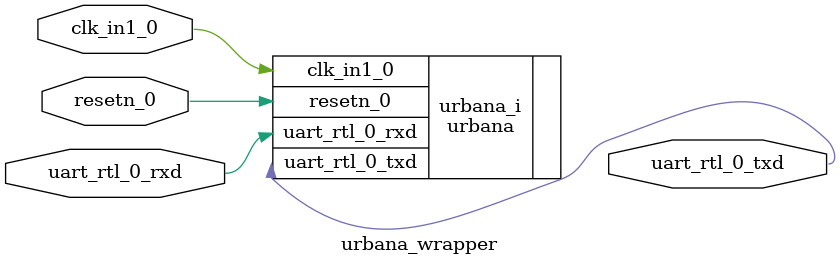
<source format=v>
`timescale 1 ps / 1 ps

module urbana_wrapper
   (clk_in1_0,
    resetn_0,
    uart_rtl_0_rxd,
    uart_rtl_0_txd);
  input clk_in1_0;
  input resetn_0;
  input uart_rtl_0_rxd;
  output uart_rtl_0_txd;

  wire clk_in1_0;
  wire resetn_0;
  wire uart_rtl_0_rxd;
  wire uart_rtl_0_txd;

  urbana urbana_i
       (.clk_in1_0(clk_in1_0),
        .resetn_0(resetn_0),
        .uart_rtl_0_rxd(uart_rtl_0_rxd),
        .uart_rtl_0_txd(uart_rtl_0_txd));
endmodule

</source>
